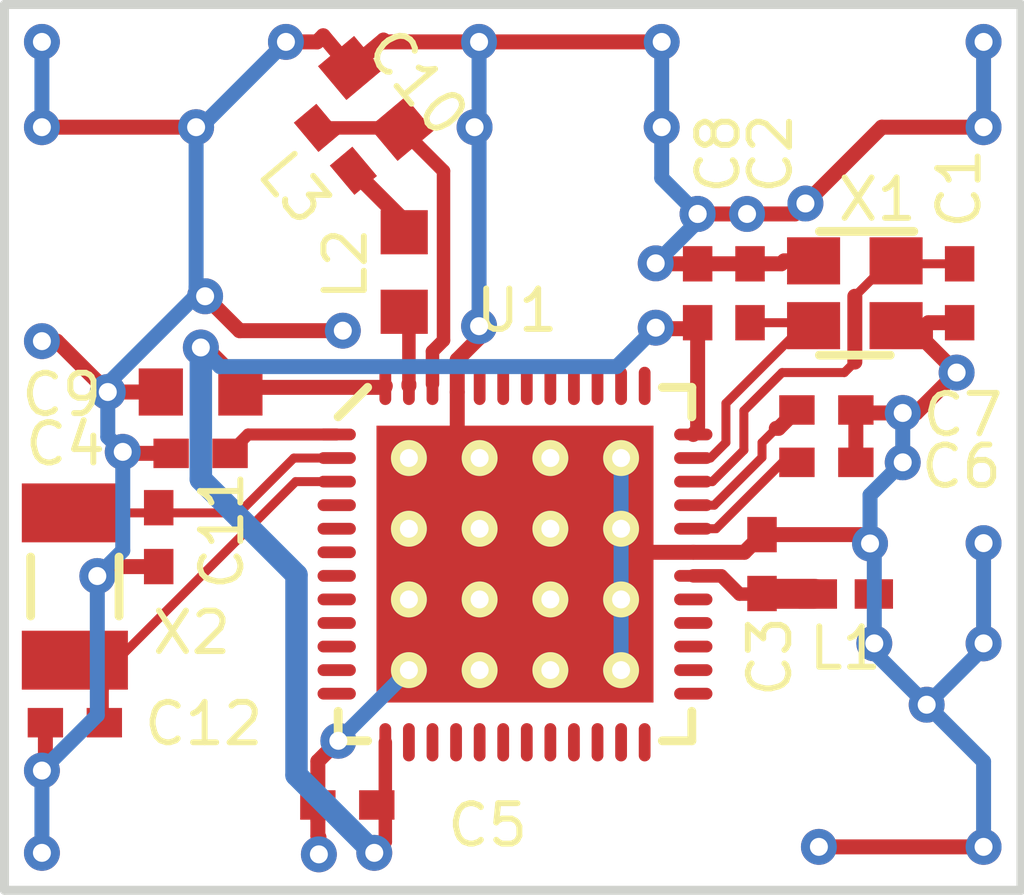
<source format=kicad_pcb>
(kicad_pcb (version 20171130) (host pcbnew "(5.1.12)-1")

  (general
    (thickness 1.6)
    (drawings 22)
    (tracks 226)
    (zones 0)
    (modules 54)
    (nets 14)
  )

  (page A4)
  (layers
    (0 F.Cu signal)
    (31 B.Cu signal)
    (32 B.Adhes user hide)
    (33 F.Adhes user hide)
    (34 B.Paste user)
    (35 F.Paste user hide)
    (36 B.SilkS user)
    (37 F.SilkS user)
    (38 B.Mask user)
    (39 F.Mask user)
    (40 Dwgs.User user)
    (41 Cmts.User user)
    (42 Eco1.User user)
    (43 Eco2.User user)
    (44 Edge.Cuts user)
    (45 Margin user)
    (46 B.CrtYd user)
    (47 F.CrtYd user)
    (48 B.Fab user)
    (49 F.Fab user)
  )

  (setup
    (last_trace_width 0.254)
    (trace_clearance 0.1524)
    (zone_clearance 0.09144)
    (zone_45_only yes)
    (trace_min 0.254)
    (via_size 0.889)
    (via_drill 0.635)
    (via_min_size 0.889)
    (via_min_drill 0.508)
    (uvia_size 0.508)
    (uvia_drill 0.127)
    (uvias_allowed no)
    (uvia_min_size 0.508)
    (uvia_min_drill 0.127)
    (edge_width 0.1)
    (segment_width 0.2)
    (pcb_text_width 0.3)
    (pcb_text_size 1.5 1.5)
    (mod_edge_width 0.15)
    (mod_text_size 1 1)
    (mod_text_width 0.15)
    (pad_size 0.6096 0.6096)
    (pad_drill 0.3048)
    (pad_to_mask_clearance 0)
    (aux_axis_origin 75.44454 -79.95442)
    (grid_origin 75.44454 -79.95442)
    (visible_elements 7FFFFF7F)
    (pcbplotparams
      (layerselection 0x010e8_80000001)
      (usegerberextensions true)
      (usegerberattributes true)
      (usegerberadvancedattributes true)
      (creategerberjobfile true)
      (excludeedgelayer false)
      (linewidth 0.100000)
      (plotframeref false)
      (viasonmask false)
      (mode 1)
      (useauxorigin true)
      (hpglpennumber 1)
      (hpglpenspeed 20)
      (hpglpendiameter 15.000000)
      (psnegative false)
      (psa4output false)
      (plotreference false)
      (plotvalue false)
      (plotinvisibletext false)
      (padsonsilk false)
      (subtractmaskfromsilk false)
      (outputformat 1)
      (mirror false)
      (drillshape 0)
      (scaleselection 1)
      (outputdirectory "GerberOutput/"))
  )

  (net 0 "")
  (net 1 GND)
  (net 2 "Net-(C1-Pad1)")
  (net 3 "Net-(C2-Pad1)")
  (net 4 "Net-(C3-Pad1)")
  (net 5 "Net-(C4-Pad2)")
  (net 6 /VDD_nRF)
  (net 7 "Net-(C6-Pad2)")
  (net 8 "Net-(C7-Pad2)")
  (net 9 "Net-(C10-Pad2)")
  (net 10 "Net-(C11-Pad2)")
  (net 11 "Net-(C12-Pad2)")
  (net 12 "Net-(L2-Pad1)")
  (net 13 "Net-(L2-Pad2)")

  (net_class Default "This is the default net class."
    (clearance 0.1524)
    (trace_width 0.254)
    (via_dia 0.889)
    (via_drill 0.635)
    (uvia_dia 0.508)
    (uvia_drill 0.127)
    (add_net /VDD_nRF)
    (add_net GND)
    (add_net "Net-(C1-Pad1)")
    (add_net "Net-(C10-Pad2)")
    (add_net "Net-(C11-Pad2)")
    (add_net "Net-(C12-Pad2)")
    (add_net "Net-(C2-Pad1)")
    (add_net "Net-(C3-Pad1)")
    (add_net "Net-(C4-Pad2)")
    (add_net "Net-(C6-Pad2)")
    (add_net "Net-(C7-Pad2)")
    (add_net "Net-(L2-Pad1)")
    (add_net "Net-(L2-Pad2)")
  )

  (module dcdc:CAPC1608X06L (layer F.Cu) (tedit 4289BEAB) (tstamp 539EEDBF)
    (at 78.7719 -88.4126 270)
    (path /566CC56A)
    (attr smd)
    (fp_text reference C9 (at 0 0 270) (layer F.SilkS) hide
      (effects (font (size 1.524 1.524) (thickness 0.05)))
    )
    (fp_text value 4.7uF (at 0 0 270) (layer F.SilkS) hide
      (effects (font (size 1.524 1.524) (thickness 0.05)))
    )
    (pad 1 smd rect (at 0 0.675 90) (size 0.800001 0.750001) (layers F.Cu F.Paste F.Mask)
      (net 1 GND))
    (pad 2 smd rect (at 0 -0.675 90) (size 0.800001 0.750001) (layers F.Cu F.Paste F.Mask)
      (net 6 /VDD_nRF))
    (model "${KIPRJMOD}/dcdc.3dshapes/wrl/User Library-Chip Capacitor 0603.wrl"
      (offset (xyz 0.4300219935417176 0 0.3999991939926148))
      (scale (xyz 0.39370078740158 0.39370078740158 0.39370078740158))
      (rotate (xyz 360 360 270))
    )
    (model ${KIPRJMOD}/dcdc.3dshapes/wrlshp/B6A667F8-9D07.wrl
      (at (xyz 0 0 0))
      (scale (xyz 1 1 1))
      (rotate (xyz 0 0 180))
    )
  )

  (module dcdc:CAPC1608X06L (layer F.Cu) (tedit 56E9FD19) (tstamp 539EEDBF)
    (at 81.7445 -93.3961 220)
    (path /56EA0454)
    (attr smd)
    (fp_text reference C10 (at 0 0 220) (layer F.SilkS) hide
      (effects (font (size 1.524 1.524) (thickness 0.05)))
    )
    (fp_text value 1.0uF (at 0 0 220) (layer F.SilkS) hide
      (effects (font (size 1.524 1.524) (thickness 0.05)))
    )
    (pad 1 smd rect (at 0 0.675 40) (size 0.800001 0.750001) (layers F.Cu F.Paste F.Mask)
      (net 1 GND))
    (pad 2 smd rect (at 0 -0.675 40) (size 0.800001 0.750001) (layers F.Cu F.Paste F.Mask)
      (net 9 "Net-(C10-Pad2)"))
    (model "${KIPRJMOD}/dcdc.3dshapes/wrl/User Library-Chip Capacitor 0603.wrl"
      (offset (xyz 0.4300219935417176 0 0.3999991939926148))
      (scale (xyz 0.393701 0.393701 0.393701))
      (rotate (xyz 360 360 270))
    )
    (model ${KIPRJMOD}/dcdc.3dshapes/wrlshp/B6A667F8-9D07.wrl
      (at (xyz 0 0 0))
      (scale (xyz 1 1 1))
      (rotate (xyz 0 0 180))
    )
  )

  (module dcdc:VIA-0.6096 (layer F.Cu) (tedit 566CE49D) (tstamp 566CE167)
    (at 92.0561 -94.3562)
    (fp_text reference REF**_36 (at 0 2.54) (layer F.SilkS) hide
      (effects (font (size 1 1) (thickness 0.15)))
    )
    (fp_text value VIA-0.6096 (at 0 -2.54) (layer F.Fab) hide
      (effects (font (size 1 1) (thickness 0.15)))
    )
    (pad 1 thru_hole circle (at 0 0) (size 0.6096 0.6096) (drill 0.3048) (layers *.Cu)
      (net 1 GND) (zone_connect 2))
  )

  (module dcdc:VIA-0.6096 (layer F.Cu) (tedit 566CE49D) (tstamp 566CE167)
    (at 86.5951 -94.3562)
    (fp_text reference REF**_35 (at 0 2.54) (layer F.SilkS) hide
      (effects (font (size 1 1) (thickness 0.15)))
    )
    (fp_text value VIA-0.6096 (at 0 -2.54) (layer F.Fab) hide
      (effects (font (size 1 1) (thickness 0.15)))
    )
    (pad 1 thru_hole circle (at 0 0) (size 0.6096 0.6096) (drill 0.3048) (layers *.Cu)
      (net 1 GND) (zone_connect 2))
  )

  (module dcdc:VIA-0.6096 (layer F.Cu) (tedit 566CE49D) (tstamp 566CE167)
    (at 81.1849 -89.454)
    (fp_text reference REF**_34 (at 0 2.54) (layer F.SilkS) hide
      (effects (font (size 1 1) (thickness 0.15)))
    )
    (fp_text value VIA-0.6096 (at 0 -2.54) (layer F.Fab) hide
      (effects (font (size 1 1) (thickness 0.15)))
    )
    (pad 1 thru_hole circle (at 0 0) (size 0.6096 0.6096) (drill 0.3048) (layers *.Cu)
      (net 1 GND) (zone_connect 2))
  )

  (module dcdc:VIA-0.6096 (layer F.Cu) (tedit 566CE49D) (tstamp 566CE167)
    (at 76.0795 -94.3562)
    (fp_text reference REF**_33 (at 0 2.54) (layer F.SilkS) hide
      (effects (font (size 1 1) (thickness 0.15)))
    )
    (fp_text value VIA-0.6096 (at 0 -2.54) (layer F.Fab) hide
      (effects (font (size 1 1) (thickness 0.15)))
    )
    (pad 1 thru_hole circle (at 0 0) (size 0.6096 0.6096) (drill 0.3048) (layers *.Cu)
      (net 1 GND) (zone_connect 2))
  )

  (module dcdc:VIA-0.6096 (layer F.Cu) (tedit 566CE49D) (tstamp 566CE167)
    (at 80.2197 -94.3562)
    (fp_text reference REF**_32 (at 0 2.54) (layer F.SilkS) hide
      (effects (font (size 1 1) (thickness 0.15)))
    )
    (fp_text value VIA-0.6096 (at 0 -2.54) (layer F.Fab) hide
      (effects (font (size 1 1) (thickness 0.15)))
    )
    (pad 1 thru_hole circle (at 0 0) (size 0.6096 0.6096) (drill 0.3048) (layers *.Cu)
      (net 1 GND) (zone_connect 2))
  )

  (module dcdc:VIA-0.6096 (layer F.Cu) (tedit 566CE49D) (tstamp 566CE167)
    (at 83.4963 -94.3562)
    (fp_text reference REF**_31 (at 0 2.54) (layer F.SilkS) hide
      (effects (font (size 1 1) (thickness 0.15)))
    )
    (fp_text value VIA-0.6096 (at 0 -2.54) (layer F.Fab) hide
      (effects (font (size 1 1) (thickness 0.15)))
    )
    (pad 1 thru_hole circle (at 0 0) (size 0.6096 0.6096) (drill 0.3048) (layers *.Cu)
      (net 1 GND) (zone_connect 2))
  )

  (module dcdc:VIA-0.6096 (layer F.Cu) (tedit 566CE49D) (tstamp 566CE167)
    (at 77.0193 -85.2884)
    (fp_text reference REF**_30 (at 0 2.54) (layer F.SilkS) hide
      (effects (font (size 1 1) (thickness 0.15)))
    )
    (fp_text value VIA-0.6096 (at 0 -2.54) (layer F.Fab) hide
      (effects (font (size 1 1) (thickness 0.15)))
    )
    (pad 1 thru_hole circle (at 0 0) (size 0.6096 0.6096) (drill 0.3048) (layers *.Cu)
      (net 1 GND) (zone_connect 2))
  )

  (module dcdc:VIA-0.6096 (layer F.Cu) (tedit 566CE49D) (tstamp 566CE167)
    (at 76.0795 -81.9864)
    (fp_text reference REF**_29 (at 0 2.54) (layer F.SilkS) hide
      (effects (font (size 1 1) (thickness 0.15)))
    )
    (fp_text value VIA-0.6096 (at 0 -2.54) (layer F.Fab) hide
      (effects (font (size 1 1) (thickness 0.15)))
    )
    (pad 1 thru_hole circle (at 0 0) (size 0.6096 0.6096) (drill 0.3048) (layers *.Cu)
      (net 1 GND) (zone_connect 2))
  )

  (module dcdc:VIA-0.6096 (layer F.Cu) (tedit 566CE49D) (tstamp 566CE167)
    (at 76.0795 -80.5894)
    (fp_text reference REF**_28 (at 0 2.54) (layer F.SilkS) hide
      (effects (font (size 1 1) (thickness 0.15)))
    )
    (fp_text value VIA-0.6096 (at 0 -2.54) (layer F.Fab) hide
      (effects (font (size 1 1) (thickness 0.15)))
    )
    (pad 1 thru_hole circle (at 0 0) (size 0.6096 0.6096) (drill 0.3048) (layers *.Cu)
      (net 1 GND) (zone_connect 2))
  )

  (module dcdc:VIA-0.6096 (layer F.Cu) (tedit 566CE49D) (tstamp 566CE167)
    (at 92.0561 -80.691)
    (fp_text reference REF**_27 (at 0 2.54) (layer F.SilkS) hide
      (effects (font (size 1 1) (thickness 0.15)))
    )
    (fp_text value VIA-0.6096 (at 0 -2.54) (layer F.Fab) hide
      (effects (font (size 1 1) (thickness 0.15)))
    )
    (pad 1 thru_hole circle (at 0 0) (size 0.6096 0.6096) (drill 0.3048) (layers *.Cu)
      (net 1 GND) (zone_connect 2))
  )

  (module dcdc:VIA-0.6096 (layer F.Cu) (tedit 566CE49D) (tstamp 566CE167)
    (at 89.2621 -80.691)
    (fp_text reference REF**_26 (at 0 2.54) (layer F.SilkS) hide
      (effects (font (size 1 1) (thickness 0.15)))
    )
    (fp_text value VIA-0.6096 (at 0 -2.54) (layer F.Fab) hide
      (effects (font (size 1 1) (thickness 0.15)))
    )
    (pad 1 thru_hole circle (at 0 0) (size 0.6096 0.6096) (drill 0.3048) (layers *.Cu)
      (net 1 GND) (zone_connect 2))
  )

  (module dcdc:VIA-0.6096 (layer F.Cu) (tedit 566CE49D) (tstamp 566CE167)
    (at 92.0561 -84.1454)
    (fp_text reference REF**_25 (at 0 2.54) (layer F.SilkS) hide
      (effects (font (size 1 1) (thickness 0.15)))
    )
    (fp_text value VIA-0.6096 (at 0 -2.54) (layer F.Fab) hide
      (effects (font (size 1 1) (thickness 0.15)))
    )
    (pad 1 thru_hole circle (at 0 0) (size 0.6096 0.6096) (drill 0.3048) (layers *.Cu)
      (net 1 GND) (zone_connect 2))
  )

  (module dcdc:VIA-0.6096 (layer F.Cu) (tedit 566CE49D) (tstamp 566CE167)
    (at 90.2019 -84.1454)
    (fp_text reference REF**_24 (at 0 2.54) (layer F.SilkS) hide
      (effects (font (size 1 1) (thickness 0.15)))
    )
    (fp_text value VIA-0.6096 (at 0 -2.54) (layer F.Fab) hide
      (effects (font (size 1 1) (thickness 0.15)))
    )
    (pad 1 thru_hole circle (at 0 0) (size 0.6096 0.6096) (drill 0.3048) (layers *.Cu)
      (net 1 GND) (zone_connect 2))
  )

  (module dcdc:VIA-0.6096 (layer F.Cu) (tedit 566CE49D) (tstamp 566CE167)
    (at 92.0561 -85.8472)
    (fp_text reference REF**_23 (at 0 2.54) (layer F.SilkS) hide
      (effects (font (size 1 1) (thickness 0.15)))
    )
    (fp_text value VIA-0.6096 (at 0 -2.54) (layer F.Fab) hide
      (effects (font (size 1 1) (thickness 0.15)))
    )
    (pad 1 thru_hole circle (at 0 0) (size 0.6096 0.6096) (drill 0.3048) (layers *.Cu)
      (net 1 GND) (zone_connect 2))
  )

  (module dcdc:VIA-0.6096 (layer F.Cu) (tedit 566CE49D) (tstamp 566CE167)
    (at 91.5989 -88.7428)
    (fp_text reference REF**_22 (at 0 2.54) (layer F.SilkS) hide
      (effects (font (size 1 1) (thickness 0.15)))
    )
    (fp_text value VIA-0.6096 (at 0 -2.54) (layer F.Fab) hide
      (effects (font (size 1 1) (thickness 0.15)))
    )
    (pad 1 thru_hole circle (at 0 0) (size 0.6096 0.6096) (drill 0.3048) (layers *.Cu)
      (net 1 GND) (zone_connect 2))
  )

  (module dcdc:VIA-0.6096 (layer F.Cu) (tedit 566CE49D) (tstamp 566CE167)
    (at 89.0335 -91.613)
    (fp_text reference REF**_21 (at 0 2.54) (layer F.SilkS) hide
      (effects (font (size 1 1) (thickness 0.15)))
    )
    (fp_text value VIA-0.6096 (at 0 -2.54) (layer F.Fab) hide
      (effects (font (size 1 1) (thickness 0.15)))
    )
    (pad 1 thru_hole circle (at 0 0) (size 0.6096 0.6096) (drill 0.3048) (layers *.Cu)
      (net 1 GND) (zone_connect 2))
  )

  (module dcdc:VIA-0.6096 (layer F.Cu) (tedit 566CE49D) (tstamp 566CE167)
    (at 92.0561 -92.9084)
    (fp_text reference REF**_20 (at 0 2.54) (layer F.SilkS) hide
      (effects (font (size 1 1) (thickness 0.15)))
    )
    (fp_text value VIA-0.6096 (at 0 -2.54) (layer F.Fab) hide
      (effects (font (size 1 1) (thickness 0.15)))
    )
    (pad 1 thru_hole circle (at 0 0) (size 0.6096 0.6096) (drill 0.3048) (layers *.Cu)
      (net 1 GND) (zone_connect 2))
  )

  (module dcdc:VIA-0.6096 (layer F.Cu) (tedit 566CE49D) (tstamp 566CE167)
    (at 88.0429 -91.4352)
    (fp_text reference REF**_19 (at 0 2.54) (layer F.SilkS) hide
      (effects (font (size 1 1) (thickness 0.15)))
    )
    (fp_text value VIA-0.6096 (at 0 -2.54) (layer F.Fab) hide
      (effects (font (size 1 1) (thickness 0.15)))
    )
    (pad 1 thru_hole circle (at 0 0) (size 0.6096 0.6096) (drill 0.3048) (layers *.Cu)
      (net 1 GND) (zone_connect 2))
  )

  (module dcdc:VIA-0.6096 (layer F.Cu) (tedit 566CE49D) (tstamp 566CE167)
    (at 87.2047 -91.4352)
    (fp_text reference REF**_18 (at 0 2.54) (layer F.SilkS) hide
      (effects (font (size 1 1) (thickness 0.15)))
    )
    (fp_text value VIA-0.6096 (at 0 -2.54) (layer F.Fab) hide
      (effects (font (size 1 1) (thickness 0.15)))
    )
    (pad 1 thru_hole circle (at 0 0) (size 0.6096 0.6096) (drill 0.3048) (layers *.Cu)
      (net 1 GND) (zone_connect 2))
  )

  (module dcdc:VIA-0.6096 (layer F.Cu) (tedit 566CE49D) (tstamp 566CE167)
    (at 87.2047 -91.4352)
    (fp_text reference REF**_17 (at 0 2.54) (layer F.SilkS) hide
      (effects (font (size 1 1) (thickness 0.15)))
    )
    (fp_text value VIA-0.6096 (at 0 -2.54) (layer F.Fab) hide
      (effects (font (size 1 1) (thickness 0.15)))
    )
    (pad 1 thru_hole circle (at 0 0) (size 0.6096 0.6096) (drill 0.3048) (layers *.Cu)
      (net 1 GND) (zone_connect 2))
  )

  (module dcdc:VIA-0.6096 (layer F.Cu) (tedit 566CE49D) (tstamp 566CE167)
    (at 86.5951 -92.9084)
    (fp_text reference REF**_16 (at 0 2.54) (layer F.SilkS) hide
      (effects (font (size 1 1) (thickness 0.15)))
    )
    (fp_text value VIA-0.6096 (at 0 -2.54) (layer F.Fab) hide
      (effects (font (size 1 1) (thickness 0.15)))
    )
    (pad 1 thru_hole circle (at 0 0) (size 0.6096 0.6096) (drill 0.3048) (layers *.Cu)
      (net 1 GND) (zone_connect 2))
  )

  (module dcdc:VIA-0.6096 (layer F.Cu) (tedit 566CE49D) (tstamp 566CE167)
    (at 83.4201 -92.9084)
    (fp_text reference REF**_15 (at 0 2.54) (layer F.SilkS) hide
      (effects (font (size 1 1) (thickness 0.15)))
    )
    (fp_text value VIA-0.6096 (at 0 -2.54) (layer F.Fab) hide
      (effects (font (size 1 1) (thickness 0.15)))
    )
    (pad 1 thru_hole circle (at 0 0) (size 0.6096 0.6096) (drill 0.3048) (layers *.Cu)
      (net 1 GND) (zone_connect 2))
  )

  (module dcdc:VIA-0.6096 (layer F.Cu) (tedit 566CE49D) (tstamp 566CE167)
    (at 76.0795 -89.2762)
    (fp_text reference REF**_14 (at 0 2.54) (layer F.SilkS) hide
      (effects (font (size 1 1) (thickness 0.15)))
    )
    (fp_text value VIA-0.6096 (at 0 -2.54) (layer F.Fab) hide
      (effects (font (size 1 1) (thickness 0.15)))
    )
    (pad 1 thru_hole circle (at 0 0) (size 0.6096 0.6096) (drill 0.3048) (layers *.Cu)
      (net 1 GND) (zone_connect 2))
  )

  (module dcdc:VIA-0.6096 (layer F.Cu) (tedit 566CE49D) (tstamp 566CE167)
    (at 78.8481 -90.0382)
    (fp_text reference REF**_13 (at 0 2.54) (layer F.SilkS) hide
      (effects (font (size 1 1) (thickness 0.15)))
    )
    (fp_text value VIA-0.6096 (at 0 -2.54) (layer F.Fab) hide
      (effects (font (size 1 1) (thickness 0.15)))
    )
    (pad 1 thru_hole circle (at 0 0) (size 0.6096 0.6096) (drill 0.3048) (layers *.Cu)
      (net 1 GND) (zone_connect 2))
  )

  (module dcdc:VIA-0.6096 (layer F.Cu) (tedit 566CE49D) (tstamp 566CE167)
    (at 76.0795 -92.9084)
    (fp_text reference REF**_12 (at 0 2.54) (layer F.SilkS) hide
      (effects (font (size 1 1) (thickness 0.15)))
    )
    (fp_text value VIA-0.6096 (at 0 -2.54) (layer F.Fab) hide
      (effects (font (size 1 1) (thickness 0.15)))
    )
    (pad 1 thru_hole circle (at 0 0) (size 0.6096 0.6096) (drill 0.3048) (layers *.Cu)
      (net 1 GND) (zone_connect 2))
  )

  (module dcdc:VIA-0.6096 (layer F.Cu) (tedit 566CE49D) (tstamp 566CE167)
    (at 77.1971 -88.4126)
    (fp_text reference REF**_11 (at 0 2.54) (layer F.SilkS) hide
      (effects (font (size 1 1) (thickness 0.15)))
    )
    (fp_text value VIA-0.6096 (at 0 -2.54) (layer F.Fab) hide
      (effects (font (size 1 1) (thickness 0.15)))
    )
    (pad 1 thru_hole circle (at 0 0) (size 0.6096 0.6096) (drill 0.3048) (layers *.Cu)
      (net 1 GND) (zone_connect 2))
  )

  (module dcdc:VIA-0.6096 (layer F.Cu) (tedit 566CE49D) (tstamp 566CE167)
    (at 80.7785 -80.564)
    (fp_text reference REF**_10 (at 0 2.54) (layer F.SilkS) hide
      (effects (font (size 1 1) (thickness 0.15)))
    )
    (fp_text value VIA-0.6096 (at 0 -2.54) (layer F.Fab) hide
      (effects (font (size 1 1) (thickness 0.15)))
    )
    (pad 1 thru_hole circle (at 0 0) (size 0.6096 0.6096) (drill 0.3048) (layers *.Cu)
      (net 1 GND) (zone_connect 2))
  )

  (module dcdc:VIA-0.6096 (layer F.Cu) (tedit 566CE49D) (tstamp 566CE167)
    (at 91.0909 -83.104)
    (fp_text reference REF**_9 (at 0 2.54) (layer F.SilkS) hide
      (effects (font (size 1 1) (thickness 0.15)))
    )
    (fp_text value VIA-0.6096 (at 0 -2.54) (layer F.Fab) hide
      (effects (font (size 1 1) (thickness 0.15)))
    )
    (pad 1 thru_hole circle (at 0 0) (size 0.6096 0.6096) (drill 0.3048) (layers *.Cu)
      (net 1 GND) (zone_connect 2))
  )

  (module dcdc:VIA-0.6096 (layer F.Cu) (tedit 566CE49D) (tstamp 566CE167)
    (at 81.1087 -82.4916)
    (fp_text reference REF**_8 (at 0 2.54) (layer F.SilkS) hide
      (effects (font (size 1 1) (thickness 0.15)))
    )
    (fp_text value VIA-0.6096 (at 0 -2.54) (layer F.Fab) hide
      (effects (font (size 1 1) (thickness 0.15)))
    )
    (pad 1 thru_hole circle (at 0 0) (size 0.6096 0.6096) (drill 0.3048) (layers *.Cu)
      (net 1 GND) (zone_connect 2))
  )

  (module dcdc:VIA-0.6096 (layer F.Cu) (tedit 566CE49D) (tstamp 566CE167)
    (at 77.4511 -87.3966)
    (fp_text reference REF**_7 (at 0 2.54) (layer F.SilkS) hide
      (effects (font (size 1 1) (thickness 0.15)))
    )
    (fp_text value VIA-0.6096 (at 0 -2.54) (layer F.Fab) hide
      (effects (font (size 1 1) (thickness 0.15)))
    )
    (pad 1 thru_hole circle (at 0 0) (size 0.6096 0.6096) (drill 0.3048) (layers *.Cu)
      (net 1 GND) (zone_connect 2))
  )

  (module dcdc:VIA-0.6096 (layer F.Cu) (tedit 566CE49D) (tstamp 566CE167)
    (at 90.6845 -87.2188)
    (fp_text reference REF**_6 (at 0 2.54) (layer F.SilkS) hide
      (effects (font (size 1 1) (thickness 0.15)))
    )
    (fp_text value VIA-0.6096 (at 0 -2.54) (layer F.Fab) hide
      (effects (font (size 1 1) (thickness 0.15)))
    )
    (pad 1 thru_hole circle (at 0 0) (size 0.6096 0.6096) (drill 0.3048) (layers *.Cu)
      (net 1 GND) (zone_connect 2))
  )

  (module dcdc:VIA-0.6096 (layer F.Cu) (tedit 566CE49D) (tstamp 566CE167)
    (at 90.6845 -88.057)
    (fp_text reference REF**_5 (at 0 2.54) (layer F.SilkS) hide
      (effects (font (size 1 1) (thickness 0.15)))
    )
    (fp_text value VIA-0.6096 (at 0 -2.54) (layer F.Fab) hide
      (effects (font (size 1 1) (thickness 0.15)))
    )
    (pad 1 thru_hole circle (at 0 0) (size 0.6096 0.6096) (drill 0.3048) (layers *.Cu)
      (net 1 GND) (zone_connect 2))
  )

  (module dcdc:VIA-0.6096 (layer F.Cu) (tedit 566CE49D) (tstamp 566CE167)
    (at 78.6957 -92.9084)
    (fp_text reference REF**_4 (at 0 2.54) (layer F.SilkS) hide
      (effects (font (size 1 1) (thickness 0.15)))
    )
    (fp_text value VIA-0.6096 (at 0 -2.54) (layer F.Fab) hide
      (effects (font (size 1 1) (thickness 0.15)))
    )
    (pad 1 thru_hole circle (at 0 0) (size 0.6096 0.6096) (drill 0.3048) (layers *.Cu)
      (net 1 GND) (zone_connect 2))
  )

  (module dcdc:VIA-0.6096 (layer F.Cu) (tedit 566CE49D) (tstamp 566CE167)
    (at 90.1297 -85.8412)
    (fp_text reference REF**_3 (at 0 2.54) (layer F.SilkS) hide
      (effects (font (size 1 1) (thickness 0.15)))
    )
    (fp_text value VIA-0.6096 (at 0 -2.54) (layer F.Fab) hide
      (effects (font (size 1 1) (thickness 0.15)))
    )
    (pad 1 thru_hole circle (at 0 0) (size 0.6096 0.6096) (drill 0.3048) (layers *.Cu)
      (net 1 GND) (zone_connect 2))
  )

  (module dcdc:VIA-0.6096 (layer F.Cu) (tedit 566CE49D) (tstamp 566CE167)
    (at 83.4963 -89.5302)
    (fp_text reference REF**_2 (at 0 2.54) (layer F.SilkS) hide
      (effects (font (size 1 1) (thickness 0.15)))
    )
    (fp_text value VIA-0.6096 (at 0 -2.54) (layer F.Fab) hide
      (effects (font (size 1 1) (thickness 0.15)))
    )
    (pad 1 thru_hole circle (at 0 0) (size 0.6096 0.6096) (drill 0.3048) (layers *.Cu)
      (net 1 GND) (zone_connect 2))
  )

  (module nrf:nrf51-qfax-1ep-vias (layer F.Cu) (tedit 56EA020A) (tstamp 539EEDBF)
    (at 84.1059 -85.4916)
    (descr "QFN, 48-Leads, Body 6,0x6,0mm (max), Pitch 0,40mm, IPC Medium Density")
    (tags "QFN 0.4")
    (path /567DBE79)
    (attr smd)
    (fp_text reference U1 (at 11.867965 -4.043383) (layer F.SilkS) hide
      (effects (font (size 1 1) (thickness 0.15)))
    )
    (fp_text value nrf51822-qfax (at 0.508 4.572) (layer F.Fab) hide
      (effects (font (size 1 1) (thickness 0.15)))
    )
    (fp_line (start -3.6 3.6) (end 3.6 3.6) (layer F.CrtYd) (width 0.05))
    (fp_line (start -3.6 -3.6) (end 3.6 -3.6) (layer F.CrtYd) (width 0.05))
    (fp_line (start 3.6 3.6) (end 3.6 -3.6) (layer F.CrtYd) (width 0.05))
    (fp_line (start -3.6 3.6) (end -3.6 -3.6) (layer F.CrtYd) (width 0.05))
    (fp_line (start -3 3) (end -3 2.5) (layer F.SilkS) (width 0.15))
    (fp_line (start -3 3) (end -2.5 3) (layer F.SilkS) (width 0.15))
    (fp_line (start 2.5 3) (end 3 3) (layer F.SilkS) (width 0.15))
    (fp_line (start 3 3) (end 3 2.5) (layer F.SilkS) (width 0.15))
    (fp_line (start 3 -2.5) (end 3 -3) (layer F.SilkS) (width 0.15))
    (fp_line (start 2.5 -3) (end 3 -3) (layer F.SilkS) (width 0.15))
    (fp_line (start -3 -2.5) (end -2.5 -3) (layer F.SilkS) (width 0.15))
    (pad 1 smd oval (at -3.025 -2.2 90) (size 0.2 0.650001) (layers F.Cu F.Paste F.Mask)
      (net 5 "Net-(C4-Pad2)"))
    (pad 2 smd oval (at -3.025 -1.8 90) (size 0.2 0.650001) (layers F.Cu F.Paste F.Mask)
      (net 10 "Net-(C11-Pad2)"))
    (pad 3 smd oval (at -3.025 -1.4 90) (size 0.2 0.650001) (layers F.Cu F.Paste F.Mask)
      (net 11 "Net-(C12-Pad2)"))
    (pad 4 smd oval (at -3.025 -1 90) (size 0.2 0.650001) (layers F.Cu F.Paste F.Mask))
    (pad 5 smd oval (at -3.025 -0.6 90) (size 0.2 0.650001) (layers F.Cu F.Paste F.Mask))
    (pad 6 smd oval (at -3.025 -0.2 90) (size 0.2 0.650001) (layers F.Cu F.Paste F.Mask))
    (pad 7 smd oval (at -3.025 0.2 90) (size 0.2 0.650001) (layers F.Cu F.Paste F.Mask))
    (pad 8 smd oval (at -3.025 0.6 90) (size 0.2 0.650001) (layers F.Cu F.Paste F.Mask))
    (pad 9 smd oval (at -3.025 1 90) (size 0.2 0.650001) (layers F.Cu F.Paste F.Mask))
    (pad 10 smd oval (at -3.025 1.4 90) (size 0.2 0.650001) (layers F.Cu F.Paste F.Mask))
    (pad 11 smd oval (at -3.025 1.8 90) (size 0.2 0.650001) (layers F.Cu F.Paste F.Mask))
    (pad 12 smd oval (at -3.025 2.2 90) (size 0.2 0.650001) (layers F.Cu F.Paste F.Mask))
    (pad 13 smd oval (at -2.2 3.025) (size 0.2 0.650001) (layers F.Cu F.Paste F.Mask)
      (net 6 /VDD_nRF))
    (pad 14 smd oval (at -1.8 3.025) (size 0.2 0.650001) (layers F.Cu F.Paste F.Mask))
    (pad 15 smd oval (at -1.4 3.025) (size 0.2 0.650001) (layers F.Cu F.Paste F.Mask))
    (pad 16 smd oval (at -1 3.025) (size 0.2 0.650001) (layers F.Cu F.Paste F.Mask))
    (pad 17 smd oval (at -0.6 3.025) (size 0.2 0.650001) (layers F.Cu F.Paste F.Mask))
    (pad 18 smd oval (at -0.2 3.025) (size 0.2 0.650001) (layers F.Cu F.Paste F.Mask))
    (pad 19 smd oval (at 0.2 3.025) (size 0.2 0.650001) (layers F.Cu F.Paste F.Mask))
    (pad 20 smd oval (at 0.6 3.025) (size 0.2 0.650001) (layers F.Cu F.Paste F.Mask))
    (pad 21 smd oval (at 1 3.025) (size 0.2 0.650001) (layers F.Cu F.Paste F.Mask))
    (pad 22 smd oval (at 1.4 3.025) (size 0.2 0.650001) (layers F.Cu F.Paste F.Mask))
    (pad 23 smd oval (at 1.8 3.025) (size 0.2 0.650001) (layers F.Cu F.Paste F.Mask))
    (pad 24 smd oval (at 2.2 3.025) (size 0.2 0.650001) (layers F.Cu F.Paste F.Mask))
    (pad 25 smd oval (at 3.025 2.2 90) (size 0.2 0.650001) (layers F.Cu F.Paste F.Mask))
    (pad 26 smd oval (at 3.025 1.8 90) (size 0.2 0.650001) (layers F.Cu F.Paste F.Mask))
    (pad 27 smd oval (at 3.025 1.4 90) (size 0.2 0.650001) (layers F.Cu F.Paste F.Mask))
    (pad 28 smd oval (at 3.025 1 90) (size 0.2 0.650001) (layers F.Cu F.Paste F.Mask))
    (pad 29 smd oval (at 3.025 0.6 90) (size 0.2 0.650001) (layers F.Cu F.Paste F.Mask))
    (pad 30 smd oval (at 3.025 0.2 90) (size 0.2 0.650001) (layers F.Cu F.Paste F.Mask)
      (net 4 "Net-(C3-Pad1)"))
    (pad 31 smd oval (at 3.025 -0.2 90) (size 0.2 0.650001) (layers F.Cu F.Paste F.Mask)
      (net 1 GND))
    (pad 32 smd oval (at 3.025 -0.6 90) (size 0.2 0.650001) (layers F.Cu F.Paste F.Mask)
      (net 7 "Net-(C6-Pad2)"))
    (pad 33 smd oval (at 3.025 -1 90) (size 0.2 0.650001) (layers F.Cu F.Paste F.Mask)
      (net 8 "Net-(C7-Pad2)"))
    (pad 34 smd oval (at 3.025 -1.4 90) (size 0.2 0.650001) (layers F.Cu F.Paste F.Mask)
      (net 2 "Net-(C1-Pad1)"))
    (pad 35 smd oval (at 3.025 -1.8 90) (size 0.2 0.650001) (layers F.Cu F.Paste F.Mask)
      (net 3 "Net-(C2-Pad1)"))
    (pad 36 smd oval (at 3.025 -2.2 90) (size 0.2 0.650001) (layers F.Cu F.Paste F.Mask)
      (net 6 /VDD_nRF))
    (pad 37 smd oval (at 2.2 -3.025) (size 0.2 0.650001) (layers F.Cu F.Paste F.Mask))
    (pad 38 smd oval (at 1.8 -3.025) (size 0.2 0.650001) (layers F.Cu F.Paste F.Mask))
    (pad 39 smd oval (at 1.4 -3.025) (size 0.2 0.650001) (layers F.Cu F.Paste F.Mask))
    (pad 40 smd oval (at 1 -3.025) (size 0.2 0.650001) (layers F.Cu F.Paste F.Mask))
    (pad 41 smd oval (at 0.6 -3.025) (size 0.2 0.650001) (layers F.Cu F.Paste F.Mask))
    (pad 42 smd oval (at 0.2 -3.025) (size 0.2 0.650001) (layers F.Cu F.Paste F.Mask))
    (pad 43 smd oval (at -0.2 -3.025) (size 0.2 0.650001) (layers F.Cu F.Paste F.Mask))
    (pad 44 smd oval (at -0.6 -3.025) (size 0.2 0.650001) (layers F.Cu F.Paste F.Mask))
    (pad 45 smd oval (at -1 -3.025) (size 0.2 0.650001) (layers F.Cu F.Paste F.Mask)
      (net 1 GND))
    (pad 46 smd oval (at -1.4 -3.025) (size 0.2 0.650001) (layers F.Cu F.Paste F.Mask)
      (net 9 "Net-(C10-Pad2)"))
    (pad 47 smd oval (at -1.8 -3.025) (size 0.2 0.650001) (layers F.Cu F.Paste F.Mask)
      (net 13 "Net-(L2-Pad2)"))
    (pad 48 smd oval (at -2.2 -3.025) (size 0.2 0.650001) (layers F.Cu F.Paste F.Mask)
      (net 6 /VDD_nRF))
    (pad 49 smd rect (at 0 0) (size 4.700001 4.700001) (layers F.Cu F.Paste F.Mask)
      (net 1 GND) (solder_paste_margin_ratio -0.2))
    (pad 49 thru_hole circle (at -1.8 -1.8) (size 0.6096 0.6096) (drill 0.3048) (layers *.Cu *.Mask F.SilkS)
      (net 1 GND))
    (pad 49 thru_hole circle (at -0.6 -1.8) (size 0.6096 0.6096) (drill 0.3048) (layers *.Cu *.Mask F.SilkS)
      (net 1 GND))
    (pad 49 thru_hole circle (at 0.6 -1.8) (size 0.6096 0.6096) (drill 0.3048) (layers *.Cu *.Mask F.SilkS)
      (net 1 GND))
    (pad 49 thru_hole circle (at 1.8 -1.8) (size 0.6096 0.6096) (drill 0.3048) (layers *.Cu *.Mask F.SilkS)
      (net 1 GND))
    (pad 49 thru_hole circle (at -1.8 -0.6) (size 0.6096 0.6096) (drill 0.3048) (layers *.Cu *.Mask F.SilkS)
      (net 1 GND))
    (pad 49 thru_hole circle (at -0.6 -0.6) (size 0.6096 0.6096) (drill 0.3048) (layers *.Cu *.Mask F.SilkS)
      (net 1 GND))
    (pad 49 thru_hole circle (at 0.6 -0.6) (size 0.6096 0.6096) (drill 0.3048) (layers *.Cu *.Mask F.SilkS)
      (net 1 GND))
    (pad 49 thru_hole circle (at 1.8 -0.6) (size 0.6096 0.6096) (drill 0.3048) (layers *.Cu *.Mask F.SilkS)
      (net 1 GND))
    (pad 49 thru_hole circle (at -1.8 0.6) (size 0.6096 0.6096) (drill 0.3048) (layers *.Cu *.Mask F.SilkS)
      (net 1 GND))
    (pad 49 thru_hole circle (at -0.6 0.6) (size 0.6096 0.6096) (drill 0.3048) (layers *.Cu *.Mask F.SilkS)
      (net 1 GND))
    (pad 49 thru_hole circle (at 0.6 0.6) (size 0.6096 0.6096) (drill 0.3048) (layers *.Cu *.Mask F.SilkS)
      (net 1 GND))
    (pad 49 thru_hole circle (at 1.8 0.6) (size 0.6096 0.6096) (drill 0.3048) (layers *.Cu *.Mask F.SilkS)
      (net 1 GND))
    (pad 49 thru_hole circle (at -1.8 1.8) (size 0.6096 0.6096) (drill 0.3048) (layers *.Cu *.Mask F.SilkS)
      (net 1 GND))
    (pad 49 thru_hole circle (at -0.6 1.8) (size 0.6096 0.6096) (drill 0.3048) (layers *.Cu *.Mask F.SilkS)
      (net 1 GND))
    (pad 49 thru_hole circle (at 0.6 1.8) (size 0.6096 0.6096) (drill 0.3048) (layers *.Cu *.Mask F.SilkS)
      (net 1 GND))
    (pad 49 thru_hole circle (at 1.8 1.8) (size 0.6096 0.6096) (drill 0.3048) (layers *.Cu *.Mask F.SilkS)
      (net 1 GND))
    (model Housings_DFN_QFN.3dshapes/QFN-48-1EP_7x7mm_Pitch0.5mm.wrl
      (at (xyz 0 0 0))
      (scale (xyz 0.8 0.8 0.8))
      (rotate (xyz 0 0 0))
    )
  )

  (module dcdc:CAPC1005X04L (layer F.Cu) (tedit 56E9FCF2) (tstamp 539EEDBF)
    (at 87.2047 -90.089 270)
    (path /56EA1ADB)
    (attr smd)
    (fp_text reference C8 (at 0 0 270) (layer F.SilkS) hide
      (effects (font (size 1.524 1.524) (thickness 0.05)))
    )
    (fp_text value 100nF (at 0 0 270) (layer F.SilkS) hide
      (effects (font (size 1.524 1.524) (thickness 0.05)))
    )
    (pad 1 smd rect (at -0.5 0) (size 0.499999 0.599999) (layers F.Cu F.Paste F.Mask)
      (net 1 GND))
    (pad 2 smd rect (at 0.5 0) (size 0.499999 0.599999) (layers F.Cu F.Paste F.Mask)
      (net 6 /VDD_nRF))
    (model "${KIPRJMOD}/dcdc.3dshapes/wrl/User Library-0402(1005M) Cap.wrl"
      (offset (xyz 0 0 0.4999989924907685))
      (scale (xyz 0.393701 0.393701 0.393701))
      (rotate (xyz 270 180 0))
    )
    (model ${KIPRJMOD}/dcdc.3dshapes/wrlshp/27F8D307-C50E.wrl
      (at (xyz 0 0 0))
      (scale (xyz 1 1 1))
      (rotate (xyz 0 0 360))
    )
  )

  (module dcdc:CAPC1005X04L (layer F.Cu) (tedit 4289BEAB) (tstamp 539EEDBF)
    (at 88.0937 -90.089 90)
    (path /566CD1BB)
    (attr smd)
    (fp_text reference C2 (at 0 0 90) (layer F.SilkS) hide
      (effects (font (size 1.524 1.524) (thickness 0.05)))
    )
    (fp_text value 12pF (at 0 0 90) (layer F.SilkS) hide
      (effects (font (size 1.524 1.524) (thickness 0.05)))
    )
    (pad 1 smd rect (at -0.5 0 180) (size 0.499999 0.599999) (layers F.Cu F.Paste F.Mask)
      (net 3 "Net-(C2-Pad1)"))
    (pad 2 smd rect (at 0.5 0 180) (size 0.499999 0.599999) (layers F.Cu F.Paste F.Mask)
      (net 1 GND))
    (model "${KIPRJMOD}/dcdc.3dshapes/wrl/User Library-0402(1005M) Cap.wrl"
      (offset (xyz 0 0 0.4999989924907685))
      (scale (xyz 0.39370078740158 0.39370078740158 0.39370078740158))
      (rotate (xyz 270 180 0))
    )
    (model ${KIPRJMOD}/dcdc.3dshapes/wrlshp/27F8D307-C50E.wrl
      (at (xyz 0 0 0))
      (scale (xyz 1 1 1))
      (rotate (xyz 0 0 360))
    )
  )

  (module dcdc:CAPC1005X04L (layer F.Cu) (tedit 56E9FCE3) (tstamp 539EEDBF)
    (at 91.6497 -90.089 270)
    (path /566CD21B)
    (attr smd)
    (fp_text reference C1 (at 0 0 270) (layer F.SilkS) hide
      (effects (font (size 1.524 1.524) (thickness 0.05)))
    )
    (fp_text value 12pF (at 0 0 270) (layer F.SilkS) hide
      (effects (font (size 1.524 1.524) (thickness 0.05)))
    )
    (pad 1 smd rect (at -0.5 0) (size 0.499999 0.599999) (layers F.Cu F.Paste F.Mask)
      (net 2 "Net-(C1-Pad1)"))
    (pad 2 smd rect (at 0.5 0) (size 0.499999 0.599999) (layers F.Cu F.Paste F.Mask)
      (net 1 GND))
    (model "${KIPRJMOD}/dcdc.3dshapes/wrl/User Library-0402(1005M) Cap.wrl"
      (offset (xyz 0 0 0.4999989924907685))
      (scale (xyz 0.393701 0.393701 0.393701))
      (rotate (xyz 270 180 0))
    )
    (model ${KIPRJMOD}/dcdc.3dshapes/wrlshp/27F8D307-C50E.wrl
      (at (xyz 0 0 0))
      (scale (xyz 1 1 1))
      (rotate (xyz 0 0 360))
    )
  )

  (module dcdc:CAPC1005X04L (layer F.Cu) (tedit 56E9FCFF) (tstamp 539EEDBF)
    (at 89.3891 -88.1078 180)
    (path /56E9F826)
    (attr smd)
    (fp_text reference C7 (at 0 0 180) (layer F.SilkS) hide
      (effects (font (size 1.524 1.524) (thickness 0.05)))
    )
    (fp_text value 100pF (at 0 0 180) (layer F.SilkS) hide
      (effects (font (size 1.524 1.524) (thickness 0.05)))
    )
    (pad 1 smd rect (at -0.5 0 270) (size 0.499999 0.599999) (layers F.Cu F.Paste F.Mask)
      (net 1 GND))
    (pad 2 smd rect (at 0.5 0 270) (size 0.499999 0.599999) (layers F.Cu F.Paste F.Mask)
      (net 8 "Net-(C7-Pad2)"))
    (model "${KIPRJMOD}/dcdc.3dshapes/wrl/User Library-0402(1005M) Cap.wrl"
      (offset (xyz 0 0 0.4999989924907685))
      (scale (xyz 0.393701 0.393701 0.393701))
      (rotate (xyz 270 180 0))
    )
    (model ${KIPRJMOD}/dcdc.3dshapes/wrlshp/27F8D307-C50E.wrl
      (at (xyz 0 0 0))
      (scale (xyz 1 1 1))
      (rotate (xyz 0 0 360))
    )
  )

  (module dcdc:CAPC1005X04L (layer F.Cu) (tedit 56E9FD05) (tstamp 539EEDBF)
    (at 89.3891 -87.2188 180)
    (path /56E9F54A)
    (attr smd)
    (fp_text reference C6 (at 0 0 180) (layer F.SilkS) hide
      (effects (font (size 1.524 1.524) (thickness 0.05)))
    )
    (fp_text value NC (at 0 0 180) (layer F.SilkS) hide
      (effects (font (size 1.524 1.524) (thickness 0.05)))
    )
    (pad 1 smd rect (at -0.5 0 270) (size 0.499999 0.599999) (layers F.Cu F.Paste F.Mask)
      (net 1 GND))
    (pad 2 smd rect (at 0.5 0 270) (size 0.499999 0.599999) (layers F.Cu F.Paste F.Mask)
      (net 7 "Net-(C6-Pad2)"))
    (model "${KIPRJMOD}/dcdc.3dshapes/wrl/User Library-0402(1005M) Cap.wrl"
      (offset (xyz 0 0 0.4999989924907685))
      (scale (xyz 0.393701 0.393701 0.393701))
      (rotate (xyz 270 180 0))
    )
    (model ${KIPRJMOD}/dcdc.3dshapes/wrlshp/27F8D307-C50E.wrl
      (at (xyz 0 0 0))
      (scale (xyz 1 1 1))
      (rotate (xyz 0 0 360))
    )
  )

  (module dcdc:INDC1005X04L (layer F.Cu) (tedit 56E9FCC6) (tstamp 539EEDBF)
    (at 89.7193 -84.9836 90)
    (path /566CC2F0)
    (attr smd)
    (fp_text reference L1 (at 0 2 90) (layer F.SilkS) hide
      (effects (font (size 1.524 1.524) (thickness 0.05)))
    )
    (fp_text value 3.9nH (at 0 -2 90) (layer F.SilkS) hide
      (effects (font (size 1.524 1.524) (thickness 0.05)))
    )
    (pad 1 smd rect (at 0 -0.475 90) (size 0.499999 0.650001) (layers F.Cu F.Paste F.Mask)
      (net 4 "Net-(C3-Pad1)"))
    (pad 2 smd rect (at 0 0.475 90) (size 0.499999 0.650001) (layers F.Cu F.Paste F.Mask))
    (model "${KIPRJMOD}/dcdc.3dshapes/wrl/User Library-Chip Inductor 0402.wrl"
      (offset (xyz 0.2999739954948425 0 0.2500121962451934))
      (scale (xyz 0.393701 0.393701 0.393701))
      (rotate (xyz 360 360 270))
    )
    (model ${KIPRJMOD}/dcdc.3dshapes/wrlshp/C9012E92-4FB3.wrl
      (at (xyz 0 0 0))
      (scale (xyz 1 1 1))
      (rotate (xyz 0 0 180))
    )
  )

  (module dcdc:CAPC1005X04L (layer F.Cu) (tedit 56E9FF7E) (tstamp 539EEDBF)
    (at 88.2969 -85.4916 90)
    (path /566CC3D8)
    (attr smd)
    (fp_text reference C3 (at 0 0 90) (layer F.SilkS) hide
      (effects (font (size 1.524 1.524) (thickness 0.05)))
    )
    (fp_text value .8pF (at 0 0 90) (layer F.SilkS) hide
      (effects (font (size 1.524 1.524) (thickness 0.05)))
    )
    (pad 1 smd rect (at -0.5 0 180) (size 0.499999 0.599999) (layers F.Cu F.Paste F.Mask)
      (net 4 "Net-(C3-Pad1)"))
    (pad 2 smd rect (at 0.5 0 180) (size 0.499999 0.599999) (layers F.Cu F.Paste F.Mask)
      (net 1 GND))
    (model "${KIPRJMOD}/dcdc.3dshapes/wrl/User Library-0402(1005M) Cap.wrl"
      (offset (xyz 0 0 0.4999989924907685))
      (scale (xyz 0.393701 0.393701 0.393701))
      (rotate (xyz 270 180 0))
    )
    (model ${KIPRJMOD}/dcdc.3dshapes/wrlshp/27F8D307-C50E.wrl
      (at (xyz 0 0 0))
      (scale (xyz 1 1 1))
      (rotate (xyz 0 0 360))
    )
  )

  (module dcdc:CAPC1005X04L (layer F.Cu) (tedit 4289BEAB) (tstamp 539EEDBF)
    (at 76.6383 -82.7992)
    (path /56D1F8D7)
    (attr smd)
    (fp_text reference C12 (at 0 0) (layer F.SilkS) hide
      (effects (font (size 1.524 1.524) (thickness 0.05)))
    )
    (fp_text value 12pF (at 0 0) (layer F.SilkS) hide
      (effects (font (size 1.524 1.524) (thickness 0.05)))
    )
    (pad 1 smd rect (at -0.5 0 90) (size 0.499999 0.599999) (layers F.Cu F.Paste F.Mask)
      (net 1 GND))
    (pad 2 smd rect (at 0.5 0 90) (size 0.499999 0.599999) (layers F.Cu F.Paste F.Mask)
      (net 11 "Net-(C12-Pad2)"))
    (model "${KIPRJMOD}/dcdc.3dshapes/wrl/User Library-0402(1005M) Cap.wrl"
      (offset (xyz 0 0 0.4999989924907685))
      (scale (xyz 0.39370078740158 0.39370078740158 0.39370078740158))
      (rotate (xyz 270 180 0))
    )
    (model ${KIPRJMOD}/dcdc.3dshapes/wrlshp/27F8D307-C50E.wrl
      (at (xyz 0 0 0))
      (scale (xyz 1 1 1))
      (rotate (xyz 0 0 360))
    )
  )

  (module dcdc:CAPC1005X04L (layer F.Cu) (tedit 4289BEAB) (tstamp 539EEDBF)
    (at 78.0607 -85.9488 90)
    (path /56D1F931)
    (attr smd)
    (fp_text reference C11 (at 0 0 90) (layer F.SilkS) hide
      (effects (font (size 1.524 1.524) (thickness 0.05)))
    )
    (fp_text value 12pF (at 0 0 90) (layer F.SilkS) hide
      (effects (font (size 1.524 1.524) (thickness 0.05)))
    )
    (pad 1 smd rect (at -0.5 0 180) (size 0.499999 0.599999) (layers F.Cu F.Paste F.Mask)
      (net 1 GND))
    (pad 2 smd rect (at 0.5 0 180) (size 0.499999 0.599999) (layers F.Cu F.Paste F.Mask)
      (net 10 "Net-(C11-Pad2)"))
    (model "${KIPRJMOD}/dcdc.3dshapes/wrl/User Library-0402(1005M) Cap.wrl"
      (offset (xyz 0 0 0.4999989924907685))
      (scale (xyz 0.393701 0.393701 0.393701))
      (rotate (xyz 270 180 0))
    )
    (model ${KIPRJMOD}/dcdc.3dshapes/wrlshp/27F8D307-C50E.wrl
      (at (xyz 0 0 0))
      (scale (xyz 1 1 1))
      (rotate (xyz 0 0 360))
    )
  )

  (module dcdc:CAPC1005X04L (layer F.Cu) (tedit 56E9FD2B) (tstamp 539EEDBF)
    (at 78.7719 -87.3712)
    (path /56E9F1F9)
    (attr smd)
    (fp_text reference C4 (at 0 0) (layer F.SilkS) hide
      (effects (font (size 1.524 1.524) (thickness 0.05)))
    )
    (fp_text value 100nF (at 0 0) (layer F.SilkS) hide
      (effects (font (size 1.524 1.524) (thickness 0.05)))
    )
    (pad 1 smd rect (at -0.5 0 90) (size 0.499999 0.599999) (layers F.Cu F.Paste F.Mask)
      (net 1 GND))
    (pad 2 smd rect (at 0.5 0 90) (size 0.499999 0.599999) (layers F.Cu F.Paste F.Mask)
      (net 5 "Net-(C4-Pad2)"))
    (model "${KIPRJMOD}/dcdc.3dshapes/wrl/User Library-0402(1005M) Cap.wrl"
      (offset (xyz 0 0 0.4999989924907685))
      (scale (xyz 0.393701 0.393701 0.393701))
      (rotate (xyz 270 180 0))
    )
    (model ${KIPRJMOD}/dcdc.3dshapes/wrlshp/27F8D307-C50E.wrl
      (at (xyz 0 0 0))
      (scale (xyz 1 1 1))
      (rotate (xyz 0 0 360))
    )
  )

  (module dcdc:INDC1608X06L (layer F.Cu) (tedit 56E9FC6F) (tstamp 539EEDBF)
    (at 82.2263 -90.4498 270)
    (path /566C9E5B)
    (attr smd)
    (fp_text reference L2 (at 0 2 270) (layer F.SilkS) hide
      (effects (font (size 1.524 1.524) (thickness 0.05)))
    )
    (fp_text value 10uH (at 0 -2 270) (layer F.SilkS) hide
      (effects (font (size 1.524 1.524) (thickness 0.05)))
    )
    (pad 1 smd rect (at -0.675 0) (size 0.800001 0.750001) (layers F.Cu F.Paste F.Mask)
      (net 12 "Net-(L2-Pad1)"))
    (pad 2 smd rect (at 0.675 0) (size 0.800001 0.750001) (layers F.Cu F.Paste F.Mask)
      (net 13 "Net-(L2-Pad2)"))
    (model "${KIPRJMOD}/dcdc.3dshapes/wrl/User Library-Chip Inductor.wrl"
      (offset (xyz 0 0.4749799928665162 0.3999991939926148))
      (scale (xyz 0.393701 0.393701 0.393701))
      (rotate (xyz 360 360 180))
    )
    (model ${KIPRJMOD}/dcdc.3dshapes/wrlshp/3C0C10DE-CD94.wrl
      (at (xyz 0 0 0))
      (scale (xyz 1 1 1))
      (rotate (xyz 0 0 0))
    )
  )

  (module dcdc:INDC1005X04L (layer F.Cu) (tedit 56E9FC5D) (tstamp 539EEDBF)
    (at 81.0587 -92.5325 40)
    (path /566C9933)
    (attr smd)
    (fp_text reference L3 (at 0 2 40) (layer F.SilkS) hide
      (effects (font (size 1.524 1.524) (thickness 0.05)))
    )
    (fp_text value 15nH (at 0 -2 40) (layer F.SilkS) hide
      (effects (font (size 1.524 1.524) (thickness 0.05)))
    )
    (pad 1 smd rect (at 0 -0.475 40) (size 0.499999 0.650001) (layers F.Cu F.Paste F.Mask)
      (net 9 "Net-(C10-Pad2)"))
    (pad 2 smd rect (at 0 0.475 40) (size 0.499999 0.650001) (layers F.Cu F.Paste F.Mask)
      (net 12 "Net-(L2-Pad1)"))
    (model "${KIPRJMOD}/dcdc.3dshapes/wrl/User Library-Chip Inductor 0402.wrl"
      (offset (xyz 0.2999739954948425 0 0.2500121962451934))
      (scale (xyz 0.393701 0.393701 0.393701))
      (rotate (xyz 360 360 270))
    )
    (model ${KIPRJMOD}/dcdc.3dshapes/wrlshp/C9012E92-4FB3.wrl
      (at (xyz 0 0 0))
      (scale (xyz 1 1 1))
      (rotate (xyz 0 0 180))
    )
  )

  (module dcdc:XTAL_3215 (layer F.Cu) (tedit 56897EA8) (tstamp 539EEDBF)
    (at 76.6383 -85.1106 90)
    (path /56D1F980)
    (attr smd)
    (fp_text reference X2 (at 0 -3 90) (layer F.SilkS) hide
      (effects (font (size 1.524 1.524) (thickness 0.05)))
    )
    (fp_text value 32.768kHz (at 0 3 90) (layer F.SilkS) hide
      (effects (font (size 1.524 1.524) (thickness 0.05)))
    )
    (fp_line (start -0.5 -0.75) (end 0.5 -0.75) (layer F.SilkS) (width 0.15))
    (fp_line (start 0.5 0.75) (end -0.5 0.75) (layer F.SilkS) (width 0.15))
    (fp_line (start -2 1.15) (end -2 -1.15) (layer F.CrtYd) (width 0.05))
    (fp_line (start 2 1.15) (end -2 1.15) (layer F.CrtYd) (width 0.05))
    (fp_line (start 2 -1.15) (end 2 1.15) (layer F.CrtYd) (width 0.05))
    (fp_line (start -2 -1.15) (end 2 -1.15) (layer F.CrtYd) (width 0.05))
    (pad 2 smd rect (at 1.25 0 90) (size 1 1.8) (layers F.Cu F.Paste F.Mask)
      (net 10 "Net-(C11-Pad2)"))
    (pad 1 smd rect (at -1.25 0 90) (size 1 1.8) (layers F.Cu F.Paste F.Mask)
      (net 11 "Net-(C12-Pad2)"))
    (model "${KIPRJMOD}/dcdc.3dshapes/wrl/User Library-Siward_SX3215.wrl"
      (at (xyz 0 0 0))
      (scale (xyz 0.39370078740158 0.39370078740158 0.39370078740158))
      (rotate (xyz 270 360 180))
    )
    (model ${KIPRJMOD}/dcdc.3dshapes/wrlshp/069530FF-FD09.wrl
      (at (xyz 0 0 0))
      (scale (xyz 1 1 1))
      (rotate (xyz 0 0 180))
    )
    (model ${KIPRJMOD}/dcdc.3dshapes/wrlshp/07B379AA-9BDC.wrl
      (at (xyz 0 0 0))
      (scale (xyz 1 1 1))
      (rotate (xyz 0 0 0))
    )
  )

  (module dcdc:CAPC1005X04L (layer F.Cu) (tedit 56E9FF5E) (tstamp 56E9FF39)
    (at 81.2611 -81.4022)
    (path /566CC608)
    (attr smd)
    (fp_text reference C5 (at 0 0) (layer F.SilkS) hide
      (effects (font (size 1.524 1.524) (thickness 0.05)))
    )
    (fp_text value 100nF (at 0 0) (layer F.SilkS) hide
      (effects (font (size 1.524 1.524) (thickness 0.05)))
    )
    (pad 1 smd rect (at -0.5 0 90) (size 0.499999 0.599999) (layers F.Cu F.Paste F.Mask)
      (net 1 GND))
    (pad 2 smd rect (at 0.5 0 90) (size 0.499999 0.599999) (layers F.Cu F.Paste F.Mask)
      (net 6 /VDD_nRF))
    (model "${KIPRJMOD}/dcdc.3dshapes/wrl/User Library-0402(1005M) Cap.wrl"
      (offset (xyz 0 0 0.4999989924907685))
      (scale (xyz 0.393701 0.393701 0.393701))
      (rotate (xyz 270 180 0))
    )
    (model ${KIPRJMOD}/dcdc.3dshapes/wrlshp/27F8D307-C50E.wrl
      (at (xyz 0 0 0))
      (scale (xyz 1 1 1))
      (rotate (xyz 0 0 360))
    )
  )

  (module dcdc:BT-XTAL_2016 (layer F.Cu) (tedit 56EA1191) (tstamp 539EEDBF)
    (at 89.8717 -90.089 270)
    (path /56D1F3A1)
    (attr smd)
    (fp_text reference X1 (at 0 -3 270) (layer F.SilkS) hide
      (effects (font (size 1.524 1.524) (thickness 0.05)))
    )
    (fp_text value Crystal-4 (at 0 3 270) (layer F.SilkS) hide
      (effects (font (size 1.524 1.524) (thickness 0.05)))
    )
    (fp_line (start -1.05 0.6) (end -1.05 -1) (layer F.SilkS) (width 0.15))
    (fp_line (start 1.05 -0.6) (end 1.05 0.6) (layer F.SilkS) (width 0.15))
    (fp_line (start -1.2 1.4) (end -1.2 -1.4) (layer F.CrtYd) (width 0.05))
    (fp_line (start 1.2 1.4) (end -1.2 1.4) (layer F.CrtYd) (width 0.05))
    (fp_line (start 1.2 -1.4) (end 1.2 1.4) (layer F.CrtYd) (width 0.05))
    (fp_line (start -1.2 -1.4) (end 1.2 -1.4) (layer F.CrtYd) (width 0.05))
    (pad 2 smd rect (at -0.55 0.7 180) (size 0.9 0.8) (layers F.Cu F.Paste F.Mask)
      (net 1 GND))
    (pad 3 smd rect (at 0.55 0.7 180) (size 0.9 0.8) (layers F.Cu F.Paste F.Mask)
      (net 3 "Net-(C2-Pad1)"))
    (pad 1 smd rect (at -0.55 -0.7 180) (size 0.9 0.8) (layers F.Cu F.Paste F.Mask)
      (net 2 "Net-(C1-Pad1)"))
    (pad 4 smd rect (at 0.55 -0.7 180) (size 0.9 0.8) (layers F.Cu F.Paste F.Mask)
      (net 1 GND))
    (model "${KIPRJMOD}/dcdc.3dshapes/wrl/User Library-GeyerElectronics_KX6.wrl"
      (offset (xyz -0.007111999893188476 -0.007111999893188476 0))
      (scale (xyz 0.393701 0.393701 0.393701))
      (rotate (xyz 270 360 90))
    )
    (model ${KIPRJMOD}/dcdc.3dshapes/wrlshp/AFAD9782-D084.wrl
      (at (xyz 0 0 0))
      (scale (xyz 1 1 1))
      (rotate (xyz 0 0 180))
    )
    (model ${KIPRJMOD}/dcdc.3dshapes/wrlshp/A6760B87-8591.wrl
      (at (xyz 0 0 0))
      (scale (xyz 1 1 1))
      (rotate (xyz 0 0 0))
    )
  )

  (module dcdc:VIA-0.6096 (layer F.Cu) (tedit 56EA1B83) (tstamp 56EA1925)
    (at 86.4935 -90.597)
    (fp_text reference REF** (at 0 2.54) (layer F.SilkS) hide
      (effects (font (size 1 1) (thickness 0.15)))
    )
    (fp_text value VIA-0.6096 (at 0 -2.54) (layer F.Fab) hide
      (effects (font (size 1 1) (thickness 0.15)))
    )
    (pad 1 thru_hole circle (at 0 0) (size 0.6096 0.6096) (drill 0.3048) (layers *.Cu)
      (net 1 GND) (zone_connect 2))
  )

  (gr_line (start 75.44454 -79.95442) (end 75.44454 -94.99122) (layer Edge.Cuts) (width 0.1524))
  (gr_line (start 75.44454 -79.95442) (end 92.69074 -79.95442) (layer Edge.Cuts) (width 0.1524))
  (gr_line (start 75.44454 -94.99122) (end 92.69074 -94.99122) (layer Edge.Cuts) (width 0.1524))
  (gr_line (start 92.69074 -79.95442) (end 92.69074 -94.99122) (layer Edge.Cuts) (width 0.1524))
  (gr_text C10 (at 81.76914 -94.48322 310) (layer F.SilkS)
    (effects (font (size 0.6858 0.6858) (thickness 0.1)) (justify left))
  )
  (gr_text L3 (at 79.9338 -92.3925 310) (layer F.SilkS)
    (effects (font (size 0.6858 0.6858) (thickness 0.1)) (justify left))
  )
  (gr_text L2 (at 81.2292 -89.916 90) (layer F.SilkS)
    (effects (font (size 0.6858 0.6858) (thickness 0.1)) (justify left))
  )
  (gr_text C4 (at 75.7428 -87.5284) (layer F.SilkS)
    (effects (font (size 0.6858 0.6858) (thickness 0.1)) (justify left))
  )
  (gr_text C5 (at 82.9058 -81.05862) (layer F.SilkS)
    (effects (font (size 0.6858 0.6858) (thickness 0.1)) (justify left))
  )
  (gr_text C7 (at 90.9701 -88.0237) (layer F.SilkS)
    (effects (font (size 0.6858 0.6858) (thickness 0.1)) (justify left))
  )
  (gr_text C1 (at 91.6432 -91.1352 90) (layer F.SilkS)
    (effects (font (size 0.6858 0.6858) (thickness 0.1)) (justify left))
  )
  (gr_text X1 (at 89.535 -91.6813) (layer F.SilkS)
    (effects (font (size 0.6858 0.6858) (thickness 0.1)) (justify left))
  )
  (gr_text C8 (at 87.554 -91.72662 90) (layer F.SilkS)
    (effects (font (size 0.6858 0.6858) (thickness 0.1)) (justify left))
  )
  (gr_text C9 (at 75.6793 -88.3666) (layer F.SilkS)
    (effects (font (size 0.6858 0.6858) (thickness 0.1)) (justify left))
  )
  (gr_text C6 (at 90.9447 -87.1474) (layer F.SilkS)
    (effects (font (size 0.6858 0.6858) (thickness 0.1)) (justify left))
  )
  (gr_text C2 (at 88.443 -91.72662 90) (layer F.SilkS)
    (effects (font (size 0.6858 0.6858) (thickness 0.1)) (justify left))
  )
  (gr_text U1 (at 83.3884 -89.79622) (layer F.SilkS)
    (effects (font (size 0.6858 0.6858) (thickness 0.1)) (justify left))
  )
  (gr_text L1 (at 89.0397 -84.0613) (layer F.SilkS)
    (effects (font (size 0.6858 0.6858) (thickness 0.1)) (justify left))
  )
  (gr_text C3 (at 88.4301 -83.185 90) (layer F.SilkS)
    (effects (font (size 0.6858 0.6858) (thickness 0.1)) (justify left))
  )
  (gr_text X2 (at 77.9018 -84.328) (layer F.SilkS)
    (effects (font (size 0.6858 0.6858) (thickness 0.1)) (justify left))
  )
  (gr_text C12 (at 77.7621 -82.7786) (layer F.SilkS)
    (effects (font (size 0.6858 0.6858) (thickness 0.1)) (justify left))
  )
  (gr_text C11 (at 79.1337 -85.0011 90) (layer F.SilkS)
    (effects (font (size 0.6858 0.6858) (thickness 0.1)) (justify left))
  )

  (segment (start 78.7656 -90.1208) (end 78.6957 -90.1906) (width 0.254) (layer B.Cu) (net 1))
  (segment (start 78.6957 -90.1906) (end 78.6957 -92.9084) (width 0.254) (layer B.Cu) (net 1))
  (segment (start 78.8481 -90.0382) (end 78.7656 -90.1208) (width 0.254) (layer B.Cu) (net 1))
  (segment (start 78.7656 -90.1208) (end 77.1971 -88.5523) (width 0.254) (layer B.Cu) (net 1))
  (segment (start 77.1971 -88.5523) (end 77.1971 -88.4126) (width 0.254) (layer B.Cu) (net 1))
  (segment (start 92.0561 -92.9084) (end 90.3289 -92.9084) (width 0.254) (layer F.Cu) (net 1))
  (segment (start 90.3289 -92.9084) (end 89.0335 -91.613) (width 0.254) (layer F.Cu) (net 1))
  (segment (start 86.5951 -94.3562) (end 83.4963 -94.3562) (width 0.254) (layer F.Cu) (net 1))
  (segment (start 78.6957 -92.9084) (end 78.7719 -92.9084) (width 0.254) (layer B.Cu) (net 1))
  (segment (start 78.7719 -92.9084) (end 80.2197 -94.3562) (width 0.254) (layer B.Cu) (net 1))
  (segment (start 78.8481 -90.0382) (end 79.4323 -89.454) (width 0.254) (layer F.Cu) (net 1))
  (segment (start 79.4323 -89.454) (end 81.1849 -89.454) (width 0.254) (layer F.Cu) (net 1))
  (segment (start 81.3106 -93.9132) (end 80.8517 -94.46) (width 0.254) (layer F.Cu) (net 1))
  (segment (start 80.2197 -94.3562) (end 80.7479 -94.3562) (width 0.254) (layer F.Cu) (net 1))
  (segment (start 80.7479 -94.3562) (end 80.8517 -94.46) (width 0.254) (layer F.Cu) (net 1))
  (segment (start 81.3106 -93.9132) (end 81.875 -94.3868) (width 0.254) (layer F.Cu) (net 1))
  (segment (start 83.4963 -94.3562) (end 81.9056 -94.3562) (width 0.254) (layer F.Cu) (net 1))
  (segment (start 81.9056 -94.3562) (end 81.875 -94.3868) (width 0.254) (layer F.Cu) (net 1))
  (segment (start 77.0193 -85.2884) (end 77.4511 -85.7202) (width 0.254) (layer B.Cu) (net 1))
  (segment (start 77.4511 -85.7202) (end 77.4511 -87.3966) (width 0.254) (layer B.Cu) (net 1))
  (segment (start 76.0795 -81.9864) (end 77.0193 -82.9262) (width 0.254) (layer B.Cu) (net 1))
  (segment (start 77.0193 -82.9262) (end 77.0193 -85.2884) (width 0.254) (layer B.Cu) (net 1))
  (segment (start 76.0795 -80.5894) (end 76.0795 -81.9864) (width 0.254) (layer B.Cu) (net 1))
  (segment (start 83.4963 -89.5302) (end 83.4963 -92.8322) (width 0.254) (layer B.Cu) (net 1))
  (segment (start 83.4963 -92.8322) (end 83.4201 -92.9084) (width 0.254) (layer B.Cu) (net 1))
  (segment (start 89.2621 -80.691) (end 92.0561 -80.691) (width 0.254) (layer F.Cu) (net 1))
  (segment (start 91.0909 -83.104) (end 92.0561 -82.1388) (width 0.254) (layer B.Cu) (net 1))
  (segment (start 92.0561 -82.1388) (end 92.0561 -80.691) (width 0.254) (layer B.Cu) (net 1))
  (segment (start 91.0909 -83.104) (end 92.0561 -84.0692) (width 0.254) (layer B.Cu) (net 1))
  (segment (start 92.0561 -84.0692) (end 92.0561 -84.1454) (width 0.254) (layer B.Cu) (net 1))
  (segment (start 92.0561 -85.8472) (end 92.0561 -84.1454) (width 0.254) (layer B.Cu) (net 1))
  (segment (start 90.6845 -87.2188) (end 90.1297 -86.664) (width 0.254) (layer B.Cu) (net 1))
  (segment (start 90.1297 -86.664) (end 90.1297 -85.8412) (width 0.254) (layer B.Cu) (net 1))
  (segment (start 90.6845 -88.057) (end 90.6845 -87.2188) (width 0.254) (layer B.Cu) (net 1))
  (segment (start 87.2047 -91.4352) (end 86.5951 -92.0448) (width 0.254) (layer B.Cu) (net 1))
  (segment (start 86.5951 -92.0448) (end 86.5951 -92.9084) (width 0.254) (layer B.Cu) (net 1))
  (segment (start 86.4935 -90.597) (end 87.2047 -91.3082) (width 0.254) (layer B.Cu) (net 1))
  (segment (start 87.2047 -91.3082) (end 87.2047 -91.4352) (width 0.254) (layer B.Cu) (net 1))
  (segment (start 92.0561 -92.9084) (end 92.0561 -94.3562) (width 0.254) (layer B.Cu) (net 1))
  (segment (start 88.0429 -91.4352) (end 88.8557 -91.4352) (width 0.254) (layer F.Cu) (net 1))
  (segment (start 88.8557 -91.4352) (end 89.0335 -91.613) (width 0.254) (layer F.Cu) (net 1))
  (segment (start 87.2047 -91.4352) (end 88.0429 -91.4352) (width 0.254) (layer F.Cu) (net 1))
  (segment (start 86.5951 -92.9084) (end 86.5951 -94.3562) (width 0.254) (layer B.Cu) (net 1))
  (segment (start 83.4201 -92.9084) (end 83.4963 -92.9846) (width 0.254) (layer B.Cu) (net 1))
  (segment (start 83.4963 -92.9846) (end 83.4963 -94.3562) (width 0.254) (layer B.Cu) (net 1))
  (segment (start 76.0795 -89.2762) (end 76.3335 -89.2762) (width 0.254) (layer F.Cu) (net 1))
  (segment (start 76.3335 -89.2762) (end 77.1971 -88.4126) (width 0.254) (layer F.Cu) (net 1))
  (segment (start 76.0795 -92.9084) (end 76.0795 -94.3562) (width 0.254) (layer B.Cu) (net 1))
  (segment (start 77.1971 -88.4126) (end 78.0969 -88.4126) (width 0.254) (layer F.Cu) (net 1))
  (segment (start 80.7611 -81.4022) (end 80.7611 -82.144) (width 0.254) (layer F.Cu) (net 1))
  (segment (start 80.7611 -82.144) (end 81.1087 -82.4916) (width 0.254) (layer F.Cu) (net 1))
  (segment (start 80.7611 -81.1375) (end 80.7611 -81.4022) (width 0.254) (layer F.Cu) (net 1))
  (segment (start 80.7611 -81.1375) (end 80.7611 -80.8727) (width 0.254) (layer F.Cu) (net 1))
  (segment (start 91.0909 -83.104) (end 90.2019 -83.993) (width 0.254) (layer B.Cu) (net 1))
  (segment (start 90.2019 -83.993) (end 90.2019 -84.1454) (width 0.254) (layer B.Cu) (net 1))
  (segment (start 88.2969 -85.9916) (end 89.9793 -85.9916) (width 0.254) (layer F.Cu) (net 1))
  (segment (start 89.9793 -85.9916) (end 90.1297 -85.8412) (width 0.254) (layer F.Cu) (net 1))
  (segment (start 87.1309 -85.6916) (end 87.9969 -85.6916) (width 0.254) (layer F.Cu) (net 1))
  (segment (start 87.9969 -85.6916) (end 88.2969 -85.9916) (width 0.254) (layer F.Cu) (net 1))
  (segment (start 77.4511 -87.3966) (end 77.1971 -87.6506) (width 0.254) (layer B.Cu) (net 1))
  (segment (start 77.1971 -87.6506) (end 77.1971 -88.4126) (width 0.254) (layer B.Cu) (net 1))
  (segment (start 90.6845 -88.057) (end 90.9131 -88.057) (width 0.254) (layer F.Cu) (net 1))
  (segment (start 90.9131 -88.057) (end 91.5989 -88.7428) (width 0.254) (layer F.Cu) (net 1))
  (segment (start 89.8891 -88.057) (end 90.6845 -88.057) (width 0.254) (layer F.Cu) (net 1))
  (segment (start 78.6957 -92.9084) (end 76.0795 -92.9084) (width 0.254) (layer F.Cu) (net 1))
  (segment (start 90.1297 -85.8412) (end 90.2019 -85.769) (width 0.254) (layer B.Cu) (net 1))
  (segment (start 90.2019 -85.769) (end 90.2019 -84.1454) (width 0.254) (layer B.Cu) (net 1))
  (segment (start 82.3059 -83.6916) (end 81.1087 -82.4944) (width 0.254) (layer B.Cu) (net 1))
  (segment (start 81.1087 -82.4944) (end 81.1087 -82.4916) (width 0.254) (layer B.Cu) (net 1))
  (segment (start 83.1263 -87.2916) (end 82.3059 -87.2916) (width 0.254) (layer F.Cu) (net 1))
  (segment (start 83.5059 -87.2916) (end 83.1263 -87.2916) (width 0.254) (layer F.Cu) (net 1))
  (segment (start 83.1263 -87.2916) (end 83.1263 -88.4108) (width 0.254) (layer F.Cu) (net 1))
  (segment (start 83.1263 -88.4108) (end 83.1263 -88.9606) (width 0.254) (layer F.Cu) (net 1))
  (segment (start 83.1263 -88.9606) (end 83.4963 -89.3306) (width 0.254) (layer F.Cu) (net 1))
  (segment (start 83.4963 -89.3306) (end 83.4963 -89.5302) (width 0.254) (layer F.Cu) (net 1))
  (segment (start 83.1263 -88.4108) (end 83.1263 -88.4962) (width 0.1998) (layer F.Cu) (net 1))
  (segment (start 83.1263 -88.4962) (end 83.1059 -88.5166) (width 0.1998) (layer F.Cu) (net 1))
  (segment (start 85.9059 -86.0916) (end 85.6732 -85.8589) (width 0.254) (layer F.Cu) (net 1))
  (segment (start 85.6732 -85.8589) (end 84.213 -85.8589) (width 0.254) (layer F.Cu) (net 1))
  (segment (start 84.213 -85.8589) (end 84.2116 -85.8575) (width 0.254) (layer F.Cu) (net 1))
  (segment (start 84.2116 -85.8575) (end 84.2116 -85.7525) (width 0.254) (layer F.Cu) (net 1))
  (segment (start 84.2116 -85.7525) (end 84.2725 -85.6916) (width 0.254) (layer F.Cu) (net 1))
  (segment (start 84.2725 -85.6916) (end 87.1309 -85.6916) (width 0.254) (layer F.Cu) (net 1))
  (segment (start 84.7059 -86.0916) (end 85.9059 -86.0916) (width 0.254) (layer F.Cu) (net 1))
  (segment (start 84.1059 -86.0916) (end 84.1059 -85.4916) (width 0.254) (layer F.Cu) (net 1))
  (segment (start 84.1059 -86.0916) (end 83.5059 -86.0916) (width 0.254) (layer F.Cu) (net 1))
  (segment (start 84.7059 -86.0916) (end 84.1059 -86.0916) (width 0.254) (layer F.Cu) (net 1))
  (segment (start 84.7059 -87.2916) (end 83.5059 -87.2916) (width 0.254) (layer F.Cu) (net 1))
  (segment (start 85.9059 -87.2916) (end 84.7059 -87.2916) (width 0.254) (layer F.Cu) (net 1))
  (segment (start 85.9059 -86.0916) (end 85.9059 -87.2916) (width 0.254) (layer B.Cu) (net 1))
  (segment (start 85.9059 -84.8916) (end 85.9059 -86.0916) (width 0.254) (layer B.Cu) (net 1))
  (segment (start 83.5059 -86.0916) (end 82.3059 -86.0916) (width 0.254) (layer F.Cu) (net 1))
  (segment (start 85.9059 -83.6916) (end 85.9059 -84.8916) (width 0.254) (layer B.Cu) (net 1))
  (segment (start 83.5059 -84.8916) (end 82.3059 -84.8916) (width 0.254) (layer F.Cu) (net 1))
  (segment (start 84.7059 -84.8916) (end 83.5059 -84.8916) (width 0.254) (layer F.Cu) (net 1))
  (segment (start 85.9059 -84.8916) (end 84.7059 -84.8916) (width 0.254) (layer F.Cu) (net 1))
  (segment (start 83.5059 -83.6916) (end 82.3059 -83.6916) (width 0.254) (layer F.Cu) (net 1))
  (segment (start 84.7059 -83.6916) (end 83.5059 -83.6916) (width 0.254) (layer F.Cu) (net 1))
  (segment (start 85.9059 -83.6916) (end 84.7059 -83.6916) (width 0.254) (layer F.Cu) (net 1))
  (segment (start 87.2047 -90.589) (end 86.5015 -90.589) (width 0.254) (layer F.Cu) (net 1))
  (segment (start 86.5015 -90.589) (end 86.4935 -90.597) (width 0.254) (layer F.Cu) (net 1))
  (segment (start 88.0937 -90.589) (end 87.2047 -90.589) (width 0.254) (layer F.Cu) (net 1))
  (segment (start 88.3585 -90.589) (end 88.0937 -90.589) (width 0.254) (layer F.Cu) (net 1))
  (segment (start 88.3585 -90.589) (end 88.6232 -90.589) (width 0.254) (layer F.Cu) (net 1))
  (segment (start 91.0702 -89.539) (end 91.1202 -89.589) (width 0.254) (layer F.Cu) (net 1))
  (segment (start 90.5717 -89.539) (end 91.0702 -89.539) (width 0.254) (layer F.Cu) (net 1))
  (segment (start 91.0702 -89.539) (end 91.0702 -89.2715) (width 0.254) (layer F.Cu) (net 1))
  (segment (start 91.0702 -89.2715) (end 91.5989 -88.7428) (width 0.254) (layer F.Cu) (net 1))
  (segment (start 89.8891 -88.057) (end 89.8891 -88.1078) (width 0.254) (layer F.Cu) (net 1))
  (segment (start 89.8891 -87.2188) (end 89.8891 -88.057) (width 0.254) (layer F.Cu) (net 1))
  (segment (start 76.1383 -82.7992) (end 76.1383 -82.0452) (width 0.254) (layer F.Cu) (net 1))
  (segment (start 76.1383 -82.0452) (end 76.0795 -81.9864) (width 0.254) (layer F.Cu) (net 1))
  (segment (start 78.0607 -85.4488) (end 77.1797 -85.4488) (width 0.254) (layer F.Cu) (net 1))
  (segment (start 77.1797 -85.4488) (end 77.0193 -85.2884) (width 0.254) (layer F.Cu) (net 1))
  (segment (start 78.2719 -87.3712) (end 77.4765 -87.3712) (width 0.254) (layer F.Cu) (net 1))
  (segment (start 77.4765 -87.3712) (end 77.4511 -87.3966) (width 0.254) (layer F.Cu) (net 1))
  (segment (start 80.7611 -80.8727) (end 80.7785 -80.8553) (width 0.254) (layer F.Cu) (net 1))
  (segment (start 80.7785 -80.8553) (end 80.7785 -80.564) (width 0.254) (layer F.Cu) (net 1))
  (segment (start 89.1717 -90.639) (end 88.6732 -90.639) (width 0.254) (layer F.Cu) (net 1))
  (segment (start 88.6732 -90.639) (end 88.6232 -90.589) (width 0.254) (layer F.Cu) (net 1))
  (segment (start 91.6497 -89.589) (end 91.1202 -89.589) (width 0.254) (layer F.Cu) (net 1))
  (segment (start 90.6217 -90.589) (end 90.5717 -90.639) (width 0.254) (layer F.Cu) (net 2))
  (segment (start 90.6217 -90.589) (end 91.6497 -90.589) (width 0.1524) (layer F.Cu) (net 2))
  (segment (start 89.8717 -90.0382) (end 90.4225 -90.589) (width 0.1524) (layer F.Cu) (net 2))
  (segment (start 90.4225 -90.589) (end 90.6217 -90.589) (width 0.1524) (layer F.Cu) (net 2))
  (segment (start 87.1309 -86.8916) (end 87.4549 -86.8916) (width 0.1524) (layer F.Cu) (net 2))
  (segment (start 87.4549 -86.8916) (end 87.9893 -87.426) (width 0.1524) (layer F.Cu) (net 2))
  (segment (start 87.9893 -87.426) (end 87.9893 -88.0944) (width 0.1524) (layer F.Cu) (net 2))
  (segment (start 87.9893 -88.0944) (end 88.6377 -88.7428) (width 0.1524) (layer F.Cu) (net 2))
  (segment (start 88.6377 -88.7428) (end 89.6939 -88.7428) (width 0.1524) (layer F.Cu) (net 2))
  (segment (start 89.6939 -88.7428) (end 89.8717 -88.9206) (width 0.1524) (layer F.Cu) (net 2))
  (segment (start 89.8717 -88.9206) (end 89.8717 -90.0382) (width 0.254) (layer F.Cu) (net 2))
  (segment (start 89.067 -89.5215) (end 89.1542 -89.5215) (width 0.254) (layer F.Cu) (net 3))
  (segment (start 89.1542 -89.5215) (end 89.1717 -89.539) (width 0.254) (layer F.Cu) (net 3))
  (segment (start 89.067 -89.5215) (end 89.1345 -89.454) (width 0.1524) (layer F.Cu) (net 3))
  (segment (start 88.0937 -89.589) (end 88.9995 -89.589) (width 0.1524) (layer F.Cu) (net 3))
  (segment (start 88.9995 -89.589) (end 89.067 -89.5215) (width 0.1524) (layer F.Cu) (net 3))
  (segment (start 88.0429 -89.589) (end 88.0937 -89.589) (width 0.1524) (layer F.Cu) (net 3))
  (segment (start 89.1345 -89.454) (end 89.1995 -89.389) (width 0.1524) (layer F.Cu) (net 3))
  (segment (start 87.1309 -87.2916) (end 87.4206 -87.2916) (width 0.1524) (layer F.Cu) (net 3))
  (segment (start 87.4206 -87.2916) (end 87.6845 -87.5555) (width 0.1524) (layer F.Cu) (net 3))
  (segment (start 87.6845 -87.5555) (end 87.6845 -88.2207) (width 0.1524) (layer F.Cu) (net 3))
  (segment (start 87.6845 -88.2207) (end 88.9179 -89.454) (width 0.1524) (layer F.Cu) (net 3))
  (segment (start 88.9179 -89.454) (end 89.1345 -89.454) (width 0.1524) (layer F.Cu) (net 3))
  (segment (start 89.2443 -84.9836) (end 89.1971 -84.9836) (width 0.254) (layer F.Cu) (net 4))
  (segment (start 89.1971 -84.9836) (end 89.1939 -84.9868) (width 0.254) (layer F.Cu) (net 4))
  (segment (start 88.3017 -84.9868) (end 88.2969 -84.9916) (width 0.254) (layer F.Cu) (net 4))
  (segment (start 88.3017 -84.9868) (end 89.1939 -84.9868) (width 0.508) (layer F.Cu) (net 4))
  (segment (start 88.2969 -84.9868) (end 88.3017 -84.9868) (width 0.508) (layer F.Cu) (net 4))
  (segment (start 88.2871 -84.9818) (end 88.2969 -84.9916) (width 0.254) (layer F.Cu) (net 4))
  (segment (start 88.2871 -84.9818) (end 88.3049 -84.9818) (width 0.2286) (layer F.Cu) (net 4))
  (segment (start 87.1309 -85.2916) (end 87.6059 -85.2916) (width 0.2286) (layer F.Cu) (net 4))
  (segment (start 87.6059 -85.2916) (end 87.9157 -84.9818) (width 0.2286) (layer F.Cu) (net 4))
  (segment (start 87.9157 -84.9818) (end 88.2871 -84.9818) (width 0.2286) (layer F.Cu) (net 4))
  (segment (start 79.2759 -87.3906) (end 79.2719 -87.3866) (width 0.254) (layer F.Cu) (net 5))
  (segment (start 79.2719 -87.3866) (end 79.2719 -87.3712) (width 0.254) (layer F.Cu) (net 5))
  (segment (start 79.2759 -87.3906) (end 79.5769 -87.6916) (width 0.2032) (layer F.Cu) (net 5))
  (segment (start 79.5769 -87.6916) (end 81.0809 -87.6916) (width 0.2032) (layer F.Cu) (net 5))
  (segment (start 81.9059 -88.5166) (end 81.8993 -88.5166) (width 0.254) (layer F.Cu) (net 6))
  (segment (start 81.8993 -88.5166) (end 81.8961 -88.5134) (width 0.254) (layer F.Cu) (net 6))
  (segment (start 81.8961 -88.5134) (end 81.8961 -88.4916) (width 0.254) (layer F.Cu) (net 6))
  (segment (start 87.2047 -89.4874) (end 86.5109 -89.4874) (width 0.254) (layer F.Cu) (net 6))
  (segment (start 86.5109 -89.4874) (end 86.4935 -89.5048) (width 0.254) (layer F.Cu) (net 6))
  (segment (start 87.1309 -87.6916) (end 87.2047 -87.7654) (width 0.254) (layer F.Cu) (net 6))
  (segment (start 87.2047 -87.7654) (end 87.2047 -89.4874) (width 0.254) (layer F.Cu) (net 6))
  (segment (start 87.2047 -89.589) (end 87.2047 -89.4874) (width 0.254) (layer F.Cu) (net 6))
  (segment (start 81.9059 -81.4022) (end 81.9059 -82.4666) (width 0.2286) (layer F.Cu) (net 6))
  (segment (start 81.7183 -80.5894) (end 81.9059 -80.777) (width 0.2286) (layer F.Cu) (net 6))
  (segment (start 81.9059 -80.777) (end 81.9059 -81.4022) (width 0.2286) (layer F.Cu) (net 6))
  (segment (start 81.7611 -81.4022) (end 81.9059 -81.4022) (width 0.254) (layer F.Cu) (net 6))
  (segment (start 79.4509 -88.4916) (end 79.4469 -88.4876) (width 0.254) (layer F.Cu) (net 6))
  (segment (start 79.4469 -88.4876) (end 79.4469 -88.4126) (width 0.254) (layer F.Cu) (net 6))
  (segment (start 79.4509 -88.4916) (end 79.4509 -88.5766) (width 0.381) (layer F.Cu) (net 6))
  (segment (start 79.4509 -88.4066) (end 79.4509 -88.4916) (width 0.381) (layer F.Cu) (net 6))
  (segment (start 79.5359 -88.4916) (end 81.8961 -88.4916) (width 0.254) (layer F.Cu) (net 6))
  (segment (start 79.4509 -88.5766) (end 79.5359 -88.4916) (width 0.2286) (layer F.Cu) (net 6))
  (segment (start 81.6447 -80.5894) (end 81.7183 -80.5894) (width 0.381) (layer F.Cu) (net 6))
  (segment (start 78.7759 -89.1686) (end 78.8589 -89.1686) (width 0.2286) (layer F.Cu) (net 6))
  (segment (start 78.8589 -89.1686) (end 79.4509 -88.5766) (width 0.254) (layer F.Cu) (net 6))
  (segment (start 81.7183 -80.5894) (end 80.3988 -81.9089) (width 0.381) (layer B.Cu) (net 6))
  (segment (start 80.3988 -81.9089) (end 80.3988 -85.3078) (width 0.381) (layer B.Cu) (net 6))
  (segment (start 80.3988 -85.3078) (end 78.7759 -86.9307) (width 0.381) (layer B.Cu) (net 6))
  (segment (start 78.7759 -86.9307) (end 78.7759 -89.1686) (width 0.381) (layer B.Cu) (net 6))
  (segment (start 78.7759 -89.1686) (end 79.1001 -88.8444) (width 0.254) (layer B.Cu) (net 6))
  (segment (start 79.1001 -88.8444) (end 85.8331 -88.8444) (width 0.254) (layer B.Cu) (net 6))
  (segment (start 85.8331 -88.8444) (end 86.4935 -89.5048) (width 0.254) (layer B.Cu) (net 6))
  (via (at 81.7183 -80.5894) (size 0.6096) (drill 0.3048) (layers F.Cu B.Cu) (net 6))
  (via (at 78.7759 -89.1686) (size 0.6096) (drill 0.3048) (layers F.Cu B.Cu) (net 6))
  (via (at 86.4935 -89.5048) (size 0.6096) (drill 0.3048) (layers F.Cu B.Cu) (net 6))
  (segment (start 88.8891 -87.2188) (end 88.9065 -87.2188) (width 0.1524) (layer F.Cu) (net 7))
  (segment (start 87.1309 -86.0916) (end 87.517 -86.0916) (width 0.1524) (layer F.Cu) (net 7))
  (segment (start 87.517 -86.0916) (end 88.6442 -87.2188) (width 0.1524) (layer F.Cu) (net 7))
  (segment (start 88.6442 -87.2188) (end 88.8891 -87.2188) (width 0.1524) (layer F.Cu) (net 7))
  (segment (start 87.1309 -86.4916) (end 87.486 -86.4916) (width 0.1524) (layer F.Cu) (net 8))
  (segment (start 87.486 -86.4916) (end 88.2969 -87.3026) (width 0.1524) (layer F.Cu) (net 8))
  (segment (start 88.2969 -87.3026) (end 88.2969 -87.5539) (width 0.1524) (layer F.Cu) (net 8))
  (segment (start 88.2969 -87.5539) (end 88.5391 -87.796) (width 0.1524) (layer F.Cu) (net 8))
  (segment (start 88.5391 -87.796) (end 88.5773 -87.796) (width 0.254) (layer F.Cu) (net 8))
  (segment (start 88.5773 -87.796) (end 88.8891 -88.1078) (width 0.254) (layer F.Cu) (net 8))
  (segment (start 88.5391 -87.796) (end 88.7811 -88.038) (width 0.1524) (layer F.Cu) (net 8))
  (segment (start 82.7059 -88.8247) (end 82.7059 -89.1022) (width 0.2286) (layer F.Cu) (net 9))
  (segment (start 82.7059 -89.1022) (end 82.893 -89.2893) (width 0.2286) (layer F.Cu) (net 9))
  (segment (start 82.893 -89.2893) (end 82.893 -92.1643) (width 0.2286) (layer F.Cu) (net 9))
  (segment (start 82.893 -92.1643) (end 82.1783 -92.879) (width 0.2286) (layer F.Cu) (net 9))
  (segment (start 82.7059 -88.5472) (end 82.7059 -88.8247) (width 0.2286) (layer F.Cu) (net 9))
  (segment (start 82.1783 -92.879) (end 82.1784 -92.879) (width 0.254) (layer F.Cu) (net 9))
  (segment (start 82.161 -92.8964) (end 82.1783 -92.8791) (width 0.254) (layer F.Cu) (net 9))
  (segment (start 82.1783 -92.8791) (end 82.1783 -92.879) (width 0.254) (layer F.Cu) (net 9))
  (segment (start 80.7534 -92.8964) (end 82.161 -92.8964) (width 0.2286) (layer F.Cu) (net 9))
  (segment (start 80.7533 -92.8964) (end 80.7534 -92.8964) (width 0.2286) (layer F.Cu) (net 9))
  (segment (start 78.0307 -86.3606) (end 78.0607 -86.3906) (width 0.254) (layer F.Cu) (net 10))
  (segment (start 78.0607 -86.3906) (end 78.0607 -86.4488) (width 0.254) (layer F.Cu) (net 10))
  (segment (start 78.0307 -86.3606) (end 79.4231 -86.3606) (width 0.1524) (layer F.Cu) (net 10))
  (segment (start 79.4231 -86.3606) (end 80.3541 -87.2916) (width 0.1524) (layer F.Cu) (net 10))
  (segment (start 80.3541 -87.2916) (end 81.0809 -87.2916) (width 0.1524) (layer F.Cu) (net 10))
  (segment (start 76.6383 -86.3606) (end 78.0307 -86.3606) (width 0.1524) (layer F.Cu) (net 10))
  (segment (start 76.6383 -83.8606) (end 77.3541 -83.8606) (width 0.1524) (layer F.Cu) (net 11))
  (segment (start 77.3541 -83.8606) (end 80.3851 -86.8916) (width 0.1524) (layer F.Cu) (net 11))
  (segment (start 80.3851 -86.8916) (end 81.0809 -86.8916) (width 0.1524) (layer F.Cu) (net 11))
  (segment (start 77.1383 -82.7992) (end 77.1383 -83.3606) (width 0.1524) (layer F.Cu) (net 11))
  (segment (start 77.1383 -83.3606) (end 76.6383 -83.8606) (width 0.1524) (layer F.Cu) (net 11))
  (segment (start 82.2263 -91.1248) (end 82.2263 -91.3063) (width 0.2794) (layer F.Cu) (net 12))
  (segment (start 82.2263 -91.3063) (end 81.364 -92.1686) (width 0.2794) (layer F.Cu) (net 12))
  (segment (start 82.2263 -89.7748) (end 82.3059 -89.6952) (width 0.254) (layer F.Cu) (net 13))
  (segment (start 82.3059 -88.5472) (end 82.3059 -88.5166) (width 0.254) (layer F.Cu) (net 13))
  (segment (start 82.3059 -88.5472) (end 82.3059 -89.6952) (width 0.2286) (layer F.Cu) (net 13))

)

</source>
